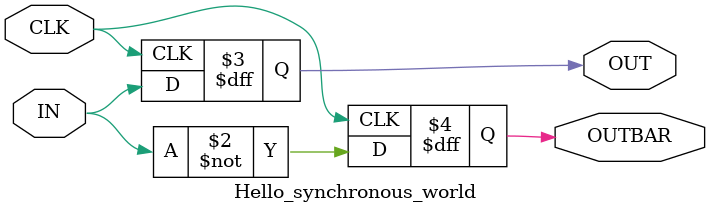
<source format=v>
`timescale 1ns / 1ps

module Hello_synchronous_world(
    input CLK,
    input IN,
    output reg OUT,     //do not forget reg
    output reg OUTBAR
    );
    
    always@(posedge CLK) begin
        OUT <= IN;
        OUTBAR <= ~ IN;
    end
    
endmodule
</source>
